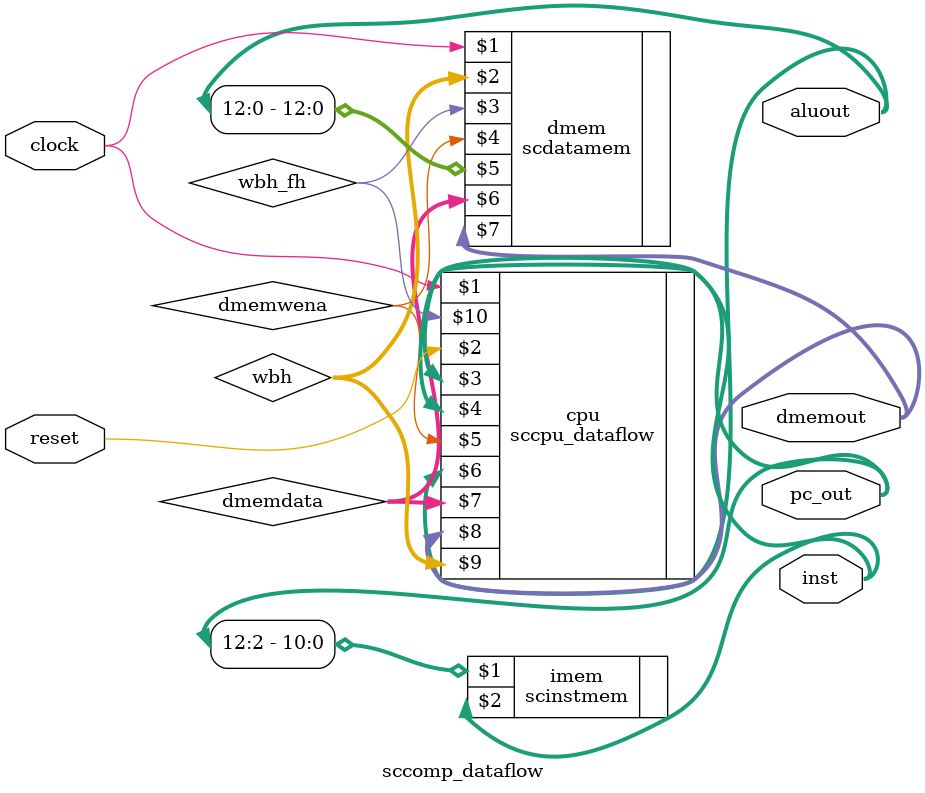
<source format=v>
`timescale 1ns / 1ps
module sccomp_dataflow(clock,reset,pc_out,inst,aluout,dmemout);
    input clock,reset;
	 output [31:0] pc_out,inst,aluout,dmemout;
	 wire [31:0] dmemdata;
	 wire dmemwena;
	 wire [1:0]wbh;
	 wire wbh_fh;
	 
	 sccpu_dataflow cpu(clock,reset,pc_out,inst,dmemwena,aluout,dmemdata,dmemout,wbh,wbh_fh);
	 scinstmem imem(pc_out[12:2],inst);
	 scdatamem dmem(clock,wbh,wbh_fh,dmemwena,aluout[12:0],dmemdata,dmemout);//ÔÚ´Ëaluout×÷ÎªÊý¾Ý´æ´¢Æ÷µÄµØÖ·
endmodule

</source>
